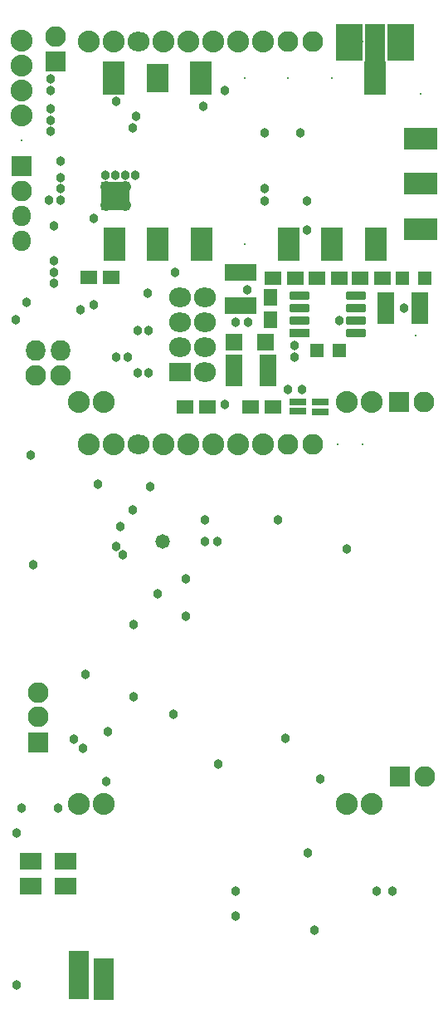
<source format=gbs>
G04 Layer_Color=16711935*
%FSLAX24Y24*%
%MOIN*%
G70*
G01*
G75*
%ADD46R,0.1050X0.1450*%
%ADD69R,0.0800X0.1650*%
%ADD70R,0.0800X0.1950*%
%ADD71R,0.0800X0.2200*%
%ADD82R,0.1261X0.0671*%
%ADD83R,0.0680X0.0580*%
%ADD85R,0.0080X0.0080*%
%ADD87R,0.0080X0.0080*%
%ADD88R,0.0580X0.0580*%
%ADD94R,0.0580X0.0680*%
%ADD103R,0.0671X0.1261*%
%ADD109C,0.0830*%
%ADD110O,0.0780X0.0830*%
%ADD111C,0.0080*%
%ADD112R,0.0830X0.0830*%
%ADD113C,0.0830*%
%ADD114R,0.0830X0.0830*%
%ADD115O,0.0730X0.0830*%
%ADD116O,0.0880X0.0780*%
%ADD117R,0.0880X0.0780*%
%ADD118C,0.0880*%
%ADD119C,0.0080*%
%ADD120C,0.0380*%
%ADD121C,0.0480*%
%ADD122C,0.0580*%
%ADD123R,0.0880X0.0680*%
%ADD124R,0.1180X0.1180*%
%ADD125R,0.0671X0.0710*%
G04:AMPARAMS|DCode=126|XSize=83mil|YSize=33mil|CornerRadius=10.3mil|HoleSize=0mil|Usage=FLASHONLY|Rotation=0.000|XOffset=0mil|YOffset=0mil|HoleType=Round|Shape=RoundedRectangle|*
%AMROUNDEDRECTD126*
21,1,0.0830,0.0125,0,0,0.0*
21,1,0.0625,0.0330,0,0,0.0*
1,1,0.0205,0.0313,-0.0063*
1,1,0.0205,-0.0313,-0.0063*
1,1,0.0205,-0.0313,0.0063*
1,1,0.0205,0.0313,0.0063*
%
%ADD126ROUNDEDRECTD126*%
%ADD127R,0.0830X0.0330*%
%ADD128R,0.0867X0.1380*%
%ADD129R,0.1380X0.0867*%
%ADD130R,0.0867X0.1180*%
%ADD131R,0.0680X0.0280*%
D46*
X15775Y38525D02*
D03*
X13725D02*
D03*
D69*
X3850Y925D02*
D03*
D70*
X2850Y1075D02*
D03*
D71*
X14750Y38150D02*
D03*
D82*
X9350Y29301D02*
D03*
X9360Y27943D02*
D03*
D83*
X8000Y23900D02*
D03*
X7100D02*
D03*
X10650D02*
D03*
X9750D02*
D03*
X14150Y29050D02*
D03*
X11550D02*
D03*
X10650D02*
D03*
X3250Y29100D02*
D03*
X4150D02*
D03*
X15050Y29050D02*
D03*
X12400D02*
D03*
X13300D02*
D03*
D85*
X9520Y30430D02*
D03*
X13000Y37100D02*
D03*
X11250D02*
D03*
X9500D02*
D03*
D87*
X16570Y36460D02*
D03*
D88*
X16750Y29050D02*
D03*
X15850D02*
D03*
X12400Y26150D02*
D03*
X13300D02*
D03*
D94*
X10550Y27400D02*
D03*
Y28300D02*
D03*
D103*
X16551Y27850D02*
D03*
X15193Y27840D02*
D03*
X10450Y25350D02*
D03*
X9092Y25340D02*
D03*
D109*
X2100Y25150D02*
D03*
X1100D02*
D03*
X12250Y22400D02*
D03*
X11250D02*
D03*
X11250Y38550D02*
D03*
X12250D02*
D03*
D110*
X2100Y26150D02*
D03*
X1100D02*
D03*
D111*
X16377Y26750D02*
D03*
D112*
X15700Y24100D02*
D03*
X15750Y9050D02*
D03*
D113*
X16700Y24100D02*
D03*
X560Y32556D02*
D03*
X1900Y38750D02*
D03*
X16750Y9050D02*
D03*
X1200Y11450D02*
D03*
Y12424D02*
D03*
D114*
X550Y33550D02*
D03*
X1900Y37750D02*
D03*
X1200Y10436D02*
D03*
D115*
X560Y31562D02*
D03*
X550Y30548D02*
D03*
D116*
X6900Y28300D02*
D03*
X7900D02*
D03*
X6900Y27300D02*
D03*
X7900D02*
D03*
X6900Y26300D02*
D03*
X7900D02*
D03*
Y25300D02*
D03*
X5250Y38550D02*
D03*
X5250Y22400D02*
D03*
D117*
X6900Y25300D02*
D03*
D118*
X550Y38600D02*
D03*
Y37600D02*
D03*
Y36600D02*
D03*
Y35600D02*
D03*
X13600Y24100D02*
D03*
X14600D02*
D03*
X3850D02*
D03*
X2850D02*
D03*
X3250Y38550D02*
D03*
X4250D02*
D03*
X6250D02*
D03*
X7250D02*
D03*
X8250D02*
D03*
X9250D02*
D03*
X10250D02*
D03*
X13600Y7950D02*
D03*
X14600D02*
D03*
X3850D02*
D03*
X2850D02*
D03*
X3250Y22400D02*
D03*
X4250D02*
D03*
X6250D02*
D03*
X7250D02*
D03*
X8250D02*
D03*
X9250D02*
D03*
X10250D02*
D03*
D119*
X550Y34600D02*
D03*
X11250Y38550D02*
D03*
X12250D02*
D03*
X13250D02*
D03*
X14250D02*
D03*
X11250Y22400D02*
D03*
X12250D02*
D03*
X13250D02*
D03*
X14250D02*
D03*
D120*
X1850Y29750D02*
D03*
Y29300D02*
D03*
Y28850D02*
D03*
X5600Y28450D02*
D03*
X1850Y31150D02*
D03*
X1650Y32200D02*
D03*
X2100D02*
D03*
Y32650D02*
D03*
Y33100D02*
D03*
Y33750D02*
D03*
X12050Y6000D02*
D03*
X900Y21950D02*
D03*
X1000Y17550D02*
D03*
X5650Y26950D02*
D03*
Y25250D02*
D03*
X5006Y19744D02*
D03*
X11150Y10600D02*
D03*
X6000Y16400D02*
D03*
X12550Y8950D02*
D03*
X5050Y15150D02*
D03*
X8400Y18500D02*
D03*
X7900D02*
D03*
X5700Y20700D02*
D03*
X4350Y18300D02*
D03*
X4600Y17950D02*
D03*
X4350Y25900D02*
D03*
X4800D02*
D03*
X3450Y31450D02*
D03*
X1700Y34950D02*
D03*
Y35400D02*
D03*
Y35850D02*
D03*
X12000Y31000D02*
D03*
X11500Y26350D02*
D03*
X15900Y27850D02*
D03*
X9150Y4450D02*
D03*
X15450D02*
D03*
X12300Y2900D02*
D03*
X8700Y36600D02*
D03*
X13600Y18200D02*
D03*
X1700Y37050D02*
D03*
Y36600D02*
D03*
X5100Y33200D02*
D03*
X4700D02*
D03*
X4300D02*
D03*
X3900D02*
D03*
X4350Y36150D02*
D03*
X5150Y35550D02*
D03*
X5000Y35100D02*
D03*
X5200Y25250D02*
D03*
Y26950D02*
D03*
X2000Y7800D02*
D03*
X2650Y10550D02*
D03*
X3000Y10200D02*
D03*
X3950Y8850D02*
D03*
X6650Y11550D02*
D03*
X3600Y20800D02*
D03*
X3100Y13150D02*
D03*
X4000Y10850D02*
D03*
X7150Y17000D02*
D03*
Y15500D02*
D03*
X7900Y19350D02*
D03*
X10850D02*
D03*
X5050Y12250D02*
D03*
X550Y7800D02*
D03*
X4500Y19100D02*
D03*
X300Y27400D02*
D03*
X2900Y27800D02*
D03*
X3450Y28000D02*
D03*
X10300Y32150D02*
D03*
Y32650D02*
D03*
X9150Y3450D02*
D03*
X11250Y24600D02*
D03*
X9150Y27300D02*
D03*
X9650D02*
D03*
X11800Y24600D02*
D03*
X8700Y24000D02*
D03*
X7850Y35950D02*
D03*
X6700Y29300D02*
D03*
X350Y6800D02*
D03*
Y700D02*
D03*
X14800Y4450D02*
D03*
X8450Y9550D02*
D03*
X10300Y34900D02*
D03*
X11750D02*
D03*
X12000Y32150D02*
D03*
X13300Y27350D02*
D03*
X11500Y25900D02*
D03*
X9600Y28600D02*
D03*
X750Y28100D02*
D03*
D121*
X3955Y32734D02*
D03*
Y31984D02*
D03*
X4705D02*
D03*
Y32734D02*
D03*
D122*
X6200Y18500D02*
D03*
X14750Y38450D02*
D03*
X15750D02*
D03*
X13750D02*
D03*
D123*
X2300Y4650D02*
D03*
X900D02*
D03*
X2300Y5650D02*
D03*
X900D02*
D03*
D124*
X4330Y32360D02*
D03*
D125*
X9090Y26500D02*
D03*
X10350D02*
D03*
D126*
X13975Y28350D02*
D03*
Y27850D02*
D03*
Y26850D02*
D03*
X11725Y27350D02*
D03*
Y27850D02*
D03*
Y28350D02*
D03*
X13975Y27350D02*
D03*
D127*
X11725Y26850D02*
D03*
D128*
X4270Y30430D02*
D03*
X6020D02*
D03*
X7770D02*
D03*
X11270D02*
D03*
X13020D02*
D03*
X14770D02*
D03*
X14750Y37100D02*
D03*
X7750D02*
D03*
X4250D02*
D03*
D129*
X16570Y31030D02*
D03*
Y32840D02*
D03*
Y34650D02*
D03*
D130*
X6000Y37100D02*
D03*
D131*
X11650Y24090D02*
D03*
Y23710D02*
D03*
X12550Y23700D02*
D03*
Y24080D02*
D03*
M02*

</source>
